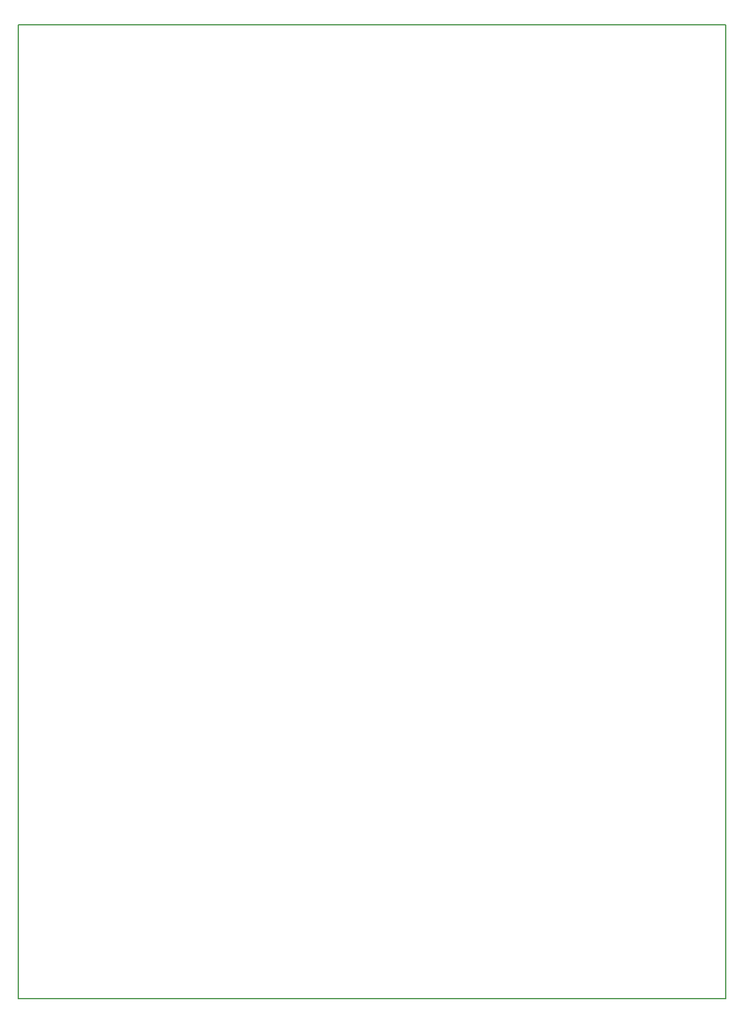
<source format=gm1>
%FSTAX23Y23*%
%MOIN*%
%SFA1B1*%

%IPPOS*%
%ADD51C,0.008000*%
G54D51*
X04Y0D02*
Y055D01*
X01193D02*
X04D01*
X0Y01681D02*
Y0365D01*
X00753Y0D02*
X04D01*
X0D02*
Y01681D01*
Y0D02*
X00753D01*
X0Y055D02*
X01193D01*
X0Y0365D02*
Y055D01*
X04Y0D02*
Y055D01*
X01193D02*
X04D01*
X0Y01681D02*
Y0365D01*
X00753Y0D02*
X04D01*
X0D02*
Y01681D01*
Y0D02*
X00753D01*
X0Y055D02*
X01193D01*
X0Y0365D02*
Y055D01*
M02*
</source>
